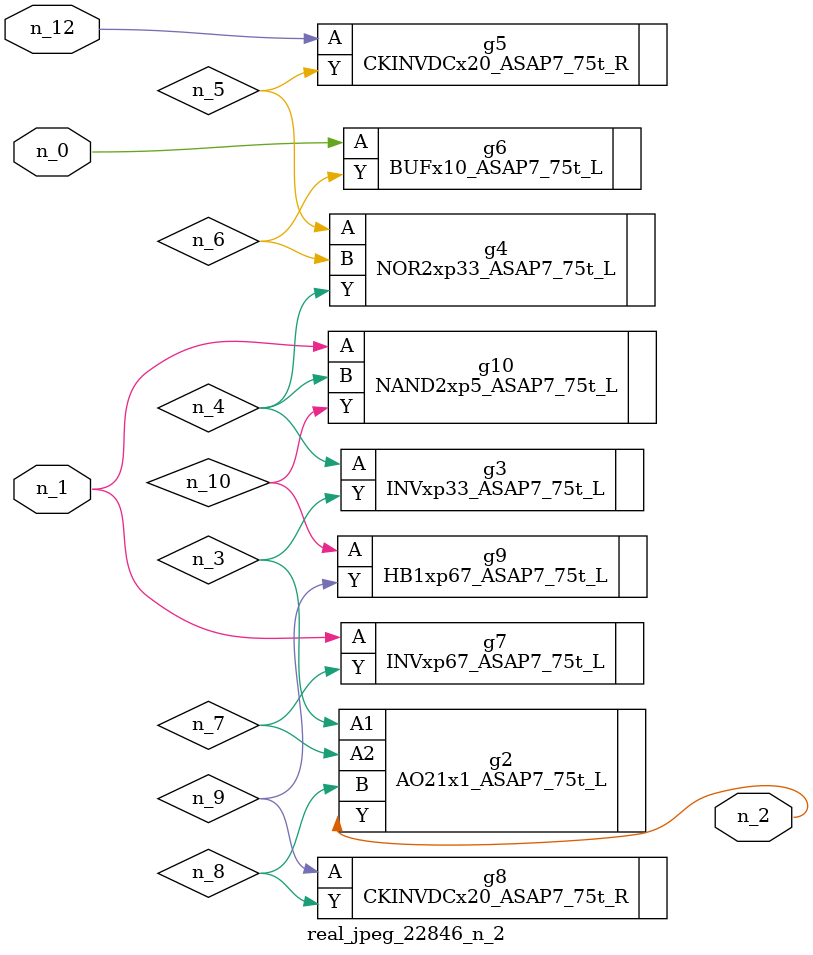
<source format=v>
module real_jpeg_22846_n_2 (n_12, n_1, n_0, n_2);

input n_12;
input n_1;
input n_0;

output n_2;

wire n_5;
wire n_4;
wire n_8;
wire n_6;
wire n_7;
wire n_3;
wire n_10;
wire n_9;

BUFx10_ASAP7_75t_L g6 ( 
.A(n_0),
.Y(n_6)
);

INVxp67_ASAP7_75t_L g7 ( 
.A(n_1),
.Y(n_7)
);

NAND2xp5_ASAP7_75t_L g10 ( 
.A(n_1),
.B(n_4),
.Y(n_10)
);

AO21x1_ASAP7_75t_L g2 ( 
.A1(n_3),
.A2(n_7),
.B(n_8),
.Y(n_2)
);

INVxp33_ASAP7_75t_L g3 ( 
.A(n_4),
.Y(n_3)
);

NOR2xp33_ASAP7_75t_L g4 ( 
.A(n_5),
.B(n_6),
.Y(n_4)
);

CKINVDCx20_ASAP7_75t_R g8 ( 
.A(n_9),
.Y(n_8)
);

HB1xp67_ASAP7_75t_L g9 ( 
.A(n_10),
.Y(n_9)
);

CKINVDCx20_ASAP7_75t_R g5 ( 
.A(n_12),
.Y(n_5)
);


endmodule
</source>
